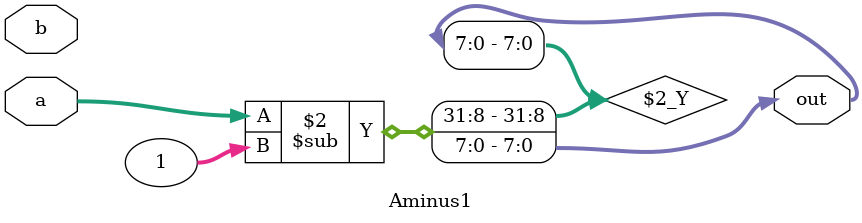
<source format=v>
`timescale 1ns / 1ps
module Aminus1(
    output reg [7:0] out,
    input [7:0] a,
    input [7:0] b
    );
always @(*) out = a - 1;
endmodule

</source>
